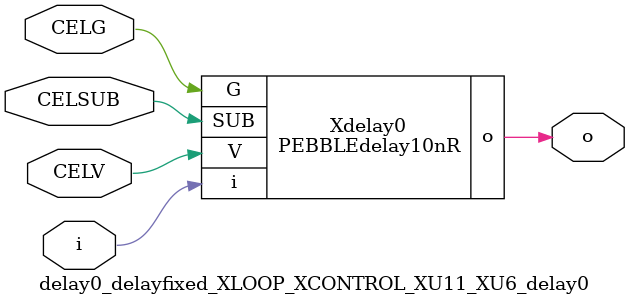
<source format=v>



module PEBBLEdelay10nR ( o, V, G, i, SUB );

  input V;
  input i;
  input G;
  output o;
  input SUB;
endmodule

//Celera Confidential Do Not Copy delay0_delayfixed_XLOOP_XCONTROL_XU11_XU6_delay0
//TYPE: fixed 10ns
module delay0_delayfixed_XLOOP_XCONTROL_XU11_XU6_delay0 (i, CELV, o,
CELG,CELSUB);
input CELV;
input i;
output o;
input CELSUB;
input CELG;

//Celera Confidential Do Not Copy delayfast0
PEBBLEdelay10nR Xdelay0(
.V (CELV),
.i (i),
.o (o),
.G (CELG),
.SUB (CELSUB)
);
//,diesize,PEBBLEdelay10nR

//Celera Confidential Do Not Copy Module End
//Celera Schematic Generator
endmodule

</source>
